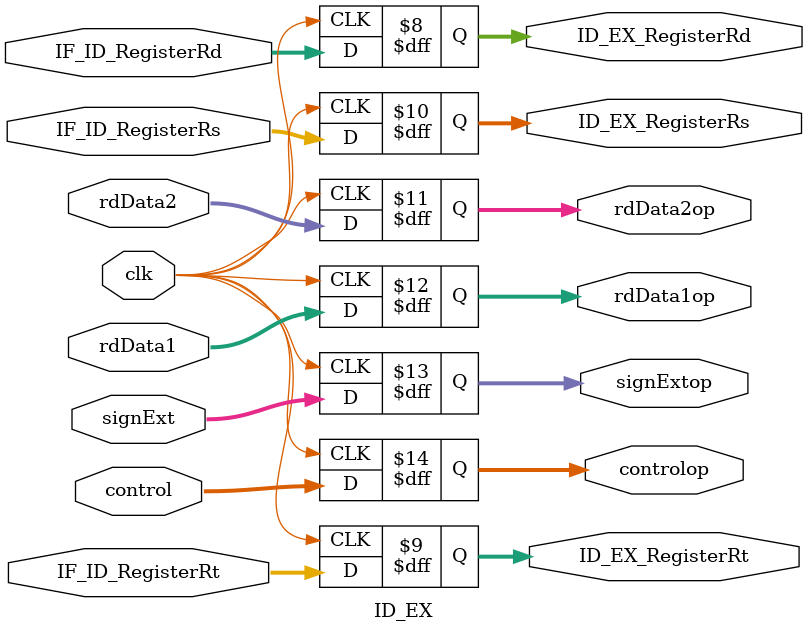
<source format=v>
`timescale 1ns / 1ps


module ID_EX(
input clk,
input [9:0] control,
input [31:0] signExt,
input [31:0] rdData1,
input [31:0] rdData2,
input [4:0] IF_ID_RegisterRs,
input [4:0] IF_ID_RegisterRt,
input [4:0] IF_ID_RegisterRd,
output reg [9:0] controlop,
output reg [31:0] signExtop,
output reg [31:0] rdData1op,
output reg [31:0] rdData2op,
output reg [4:0] ID_EX_RegisterRs,
output reg [4:0] ID_EX_RegisterRt,
output reg [4:0] ID_EX_RegisterRd
  );
 always @(posedge clk)
    controlop <= control;
 always @(posedge clk)
    signExtop <= signExt;
// always @(posedge clk)
//    slicetsop <= slicets;
// always @(posedge clk)
//    slicefeop <= slicefe;
 always @(posedge clk)   
    rdData1op <= rdData1;
 always @(posedge clk)
    rdData2op <= rdData2;
 always @(posedge clk)
    ID_EX_RegisterRs <= IF_ID_RegisterRs;
 always @(posedge clk)
    ID_EX_RegisterRt <= IF_ID_RegisterRt;
 always @(posedge clk)
    ID_EX_RegisterRd <= IF_ID_RegisterRd;

endmodule

</source>
